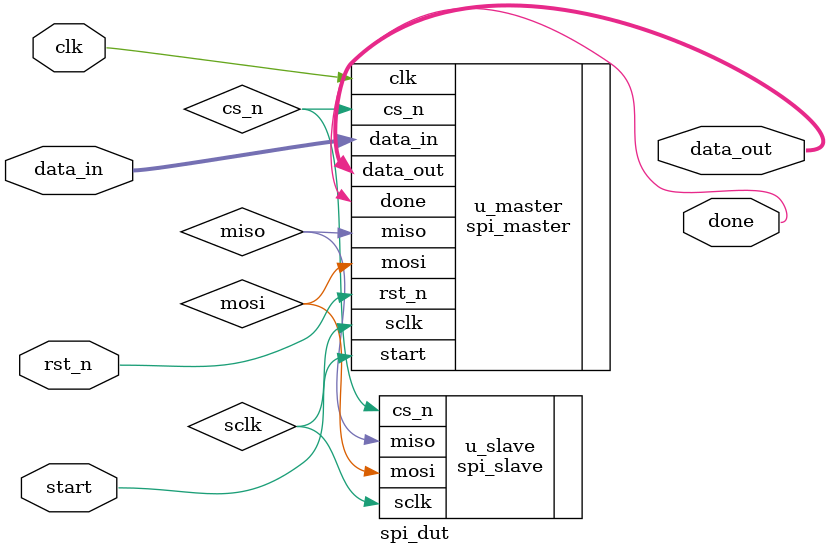
<source format=sv>
module spi_dut(
    input  logic clk, rst_n,
    input  logic start,
    input  logic [7:0] data_in,
    output logic [7:0] data_out,
    output logic done
);
    logic sclk, cs_n, mosi, miso;
    
    spi_master #(.DIVIDER(5)) u_master (
        .clk(clk), .rst_n(rst_n),
        .start(start), .data_in(data_in), .data_out(data_out), .done(done),
        .sclk(sclk), .cs_n(cs_n), .mosi(mosi), .miso(miso)
    );
    
    spi_slave u_slave (
        .sclk(sclk), .cs_n(cs_n), .mosi(mosi), .miso(miso)
    );
endmodule
</source>
